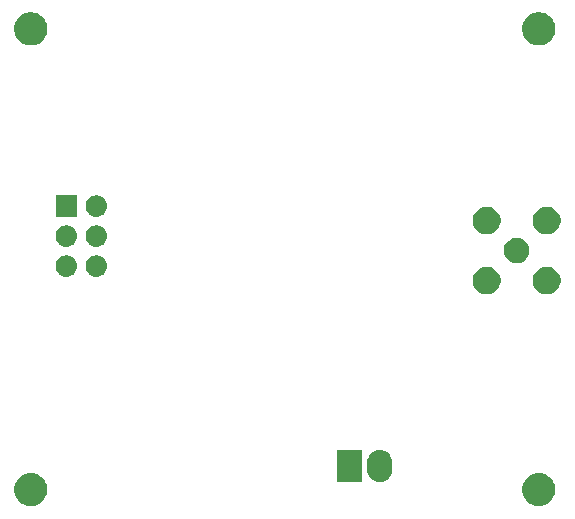
<source format=gbs>
G04 #@! TF.GenerationSoftware,KiCad,Pcbnew,5.1.4-e60b266~84~ubuntu18.04.1*
G04 #@! TF.CreationDate,2019-10-26T18:44:55+05:30*
G04 #@! TF.ProjectId,senseEle_SMA_rev1,73656e73-6545-46c6-955f-534d415f7265,rev?*
G04 #@! TF.SameCoordinates,Original*
G04 #@! TF.FileFunction,Soldermask,Bot*
G04 #@! TF.FilePolarity,Negative*
%FSLAX46Y46*%
G04 Gerber Fmt 4.6, Leading zero omitted, Abs format (unit mm)*
G04 Created by KiCad (PCBNEW 5.1.4-e60b266~84~ubuntu18.04.1) date 2019-10-26 18:44:55*
%MOMM*%
%LPD*%
G04 APERTURE LIST*
%ADD10C,0.100000*%
G04 APERTURE END LIST*
D10*
G36*
X13318433Y-50634893D02*
G01*
X13408657Y-50652839D01*
X13514267Y-50696585D01*
X13663621Y-50758449D01*
X13663622Y-50758450D01*
X13893086Y-50911772D01*
X14088228Y-51106914D01*
X14190675Y-51260237D01*
X14241551Y-51336379D01*
X14347161Y-51591344D01*
X14401000Y-51862012D01*
X14401000Y-52137988D01*
X14347161Y-52408656D01*
X14241551Y-52663621D01*
X14241550Y-52663622D01*
X14088228Y-52893086D01*
X13893086Y-53088228D01*
X13739763Y-53190675D01*
X13663621Y-53241551D01*
X13514267Y-53303415D01*
X13408657Y-53347161D01*
X13318433Y-53365107D01*
X13137988Y-53401000D01*
X12862012Y-53401000D01*
X12681567Y-53365107D01*
X12591343Y-53347161D01*
X12485733Y-53303415D01*
X12336379Y-53241551D01*
X12260237Y-53190675D01*
X12106914Y-53088228D01*
X11911772Y-52893086D01*
X11758450Y-52663622D01*
X11758449Y-52663621D01*
X11652839Y-52408656D01*
X11599000Y-52137988D01*
X11599000Y-51862012D01*
X11652839Y-51591344D01*
X11758449Y-51336379D01*
X11809325Y-51260237D01*
X11911772Y-51106914D01*
X12106914Y-50911772D01*
X12336378Y-50758450D01*
X12336379Y-50758449D01*
X12485733Y-50696585D01*
X12591343Y-50652839D01*
X12681567Y-50634893D01*
X12862012Y-50599000D01*
X13137988Y-50599000D01*
X13318433Y-50634893D01*
X13318433Y-50634893D01*
G37*
G36*
X56318433Y-50634893D02*
G01*
X56408657Y-50652839D01*
X56514267Y-50696585D01*
X56663621Y-50758449D01*
X56663622Y-50758450D01*
X56893086Y-50911772D01*
X57088228Y-51106914D01*
X57190675Y-51260237D01*
X57241551Y-51336379D01*
X57347161Y-51591344D01*
X57401000Y-51862012D01*
X57401000Y-52137988D01*
X57347161Y-52408656D01*
X57241551Y-52663621D01*
X57241550Y-52663622D01*
X57088228Y-52893086D01*
X56893086Y-53088228D01*
X56739763Y-53190675D01*
X56663621Y-53241551D01*
X56514267Y-53303415D01*
X56408657Y-53347161D01*
X56318433Y-53365107D01*
X56137988Y-53401000D01*
X55862012Y-53401000D01*
X55681567Y-53365107D01*
X55591343Y-53347161D01*
X55485733Y-53303415D01*
X55336379Y-53241551D01*
X55260237Y-53190675D01*
X55106914Y-53088228D01*
X54911772Y-52893086D01*
X54758450Y-52663622D01*
X54758449Y-52663621D01*
X54652839Y-52408656D01*
X54599000Y-52137988D01*
X54599000Y-51862012D01*
X54652839Y-51591344D01*
X54758449Y-51336379D01*
X54809325Y-51260237D01*
X54911772Y-51106914D01*
X55106914Y-50911772D01*
X55336378Y-50758450D01*
X55336379Y-50758449D01*
X55485733Y-50696585D01*
X55591343Y-50652839D01*
X55681567Y-50634893D01*
X55862012Y-50599000D01*
X56137988Y-50599000D01*
X56318433Y-50634893D01*
X56318433Y-50634893D01*
G37*
G36*
X42746031Y-48664207D02*
G01*
X42944145Y-48724305D01*
X42944148Y-48724306D01*
X43010030Y-48759521D01*
X43126729Y-48821897D01*
X43286765Y-48953235D01*
X43418103Y-49113271D01*
X43418104Y-49113273D01*
X43515694Y-49295851D01*
X43515694Y-49295852D01*
X43515695Y-49295854D01*
X43575793Y-49493968D01*
X43591000Y-49648370D01*
X43591000Y-50351629D01*
X43575793Y-50506031D01*
X43547591Y-50599000D01*
X43515694Y-50704149D01*
X43486669Y-50758450D01*
X43418103Y-50886729D01*
X43286765Y-51046765D01*
X43126729Y-51178103D01*
X43040975Y-51223939D01*
X42944149Y-51275694D01*
X42944146Y-51275695D01*
X42746032Y-51335793D01*
X42540000Y-51356085D01*
X42333969Y-51335793D01*
X42135855Y-51275695D01*
X42135852Y-51275694D01*
X42039026Y-51223939D01*
X41953272Y-51178103D01*
X41793236Y-51046765D01*
X41661898Y-50886729D01*
X41639184Y-50844235D01*
X41564305Y-50704147D01*
X41523296Y-50568960D01*
X41504207Y-50506032D01*
X41489000Y-50351630D01*
X41489000Y-49648371D01*
X41504207Y-49493969D01*
X41564305Y-49295855D01*
X41564306Y-49295852D01*
X41599521Y-49229970D01*
X41661897Y-49113271D01*
X41793235Y-48953235D01*
X41953271Y-48821897D01*
X42039025Y-48776061D01*
X42135851Y-48724306D01*
X42135854Y-48724305D01*
X42333968Y-48664207D01*
X42540000Y-48643915D01*
X42746031Y-48664207D01*
X42746031Y-48664207D01*
G37*
G36*
X41051000Y-51351000D02*
G01*
X38949000Y-51351000D01*
X38949000Y-48649000D01*
X41051000Y-48649000D01*
X41051000Y-51351000D01*
X41051000Y-51351000D01*
G37*
G36*
X56861560Y-33139064D02*
G01*
X57013027Y-33169193D01*
X57227045Y-33257842D01*
X57227046Y-33257843D01*
X57419654Y-33386539D01*
X57583461Y-33550346D01*
X57669258Y-33678751D01*
X57712158Y-33742955D01*
X57800807Y-33956973D01*
X57846000Y-34184174D01*
X57846000Y-34415826D01*
X57800807Y-34643027D01*
X57712158Y-34857045D01*
X57712157Y-34857046D01*
X57583461Y-35049654D01*
X57419654Y-35213461D01*
X57291249Y-35299258D01*
X57227045Y-35342158D01*
X57013027Y-35430807D01*
X56861560Y-35460936D01*
X56785827Y-35476000D01*
X56554173Y-35476000D01*
X56478440Y-35460936D01*
X56326973Y-35430807D01*
X56112955Y-35342158D01*
X56048751Y-35299258D01*
X55920346Y-35213461D01*
X55756539Y-35049654D01*
X55627843Y-34857046D01*
X55627842Y-34857045D01*
X55539193Y-34643027D01*
X55494000Y-34415826D01*
X55494000Y-34184174D01*
X55539193Y-33956973D01*
X55627842Y-33742955D01*
X55670742Y-33678751D01*
X55756539Y-33550346D01*
X55920346Y-33386539D01*
X56112954Y-33257843D01*
X56112955Y-33257842D01*
X56326973Y-33169193D01*
X56478440Y-33139064D01*
X56554173Y-33124000D01*
X56785827Y-33124000D01*
X56861560Y-33139064D01*
X56861560Y-33139064D01*
G37*
G36*
X51781560Y-33139064D02*
G01*
X51933027Y-33169193D01*
X52147045Y-33257842D01*
X52147046Y-33257843D01*
X52339654Y-33386539D01*
X52503461Y-33550346D01*
X52589258Y-33678751D01*
X52632158Y-33742955D01*
X52720807Y-33956973D01*
X52766000Y-34184174D01*
X52766000Y-34415826D01*
X52720807Y-34643027D01*
X52632158Y-34857045D01*
X52632157Y-34857046D01*
X52503461Y-35049654D01*
X52339654Y-35213461D01*
X52211249Y-35299258D01*
X52147045Y-35342158D01*
X51933027Y-35430807D01*
X51781560Y-35460936D01*
X51705827Y-35476000D01*
X51474173Y-35476000D01*
X51398440Y-35460936D01*
X51246973Y-35430807D01*
X51032955Y-35342158D01*
X50968751Y-35299258D01*
X50840346Y-35213461D01*
X50676539Y-35049654D01*
X50547843Y-34857046D01*
X50547842Y-34857045D01*
X50459193Y-34643027D01*
X50414000Y-34415826D01*
X50414000Y-34184174D01*
X50459193Y-33956973D01*
X50547842Y-33742955D01*
X50590742Y-33678751D01*
X50676539Y-33550346D01*
X50840346Y-33386539D01*
X51032954Y-33257843D01*
X51032955Y-33257842D01*
X51246973Y-33169193D01*
X51398440Y-33139064D01*
X51474173Y-33124000D01*
X51705827Y-33124000D01*
X51781560Y-33139064D01*
X51781560Y-33139064D01*
G37*
G36*
X16110443Y-32185519D02*
G01*
X16176627Y-32192037D01*
X16346466Y-32243557D01*
X16502991Y-32327222D01*
X16538729Y-32356552D01*
X16640186Y-32439814D01*
X16723448Y-32541271D01*
X16752778Y-32577009D01*
X16836443Y-32733534D01*
X16887963Y-32903373D01*
X16905359Y-33080000D01*
X16887963Y-33256627D01*
X16836443Y-33426466D01*
X16752778Y-33582991D01*
X16723448Y-33618729D01*
X16640186Y-33720186D01*
X16538729Y-33803448D01*
X16502991Y-33832778D01*
X16346466Y-33916443D01*
X16176627Y-33967963D01*
X16110443Y-33974481D01*
X16044260Y-33981000D01*
X15955740Y-33981000D01*
X15889557Y-33974481D01*
X15823373Y-33967963D01*
X15653534Y-33916443D01*
X15497009Y-33832778D01*
X15461271Y-33803448D01*
X15359814Y-33720186D01*
X15276552Y-33618729D01*
X15247222Y-33582991D01*
X15163557Y-33426466D01*
X15112037Y-33256627D01*
X15094641Y-33080000D01*
X15112037Y-32903373D01*
X15163557Y-32733534D01*
X15247222Y-32577009D01*
X15276552Y-32541271D01*
X15359814Y-32439814D01*
X15461271Y-32356552D01*
X15497009Y-32327222D01*
X15653534Y-32243557D01*
X15823373Y-32192037D01*
X15889557Y-32185519D01*
X15955740Y-32179000D01*
X16044260Y-32179000D01*
X16110443Y-32185519D01*
X16110443Y-32185519D01*
G37*
G36*
X18650443Y-32185519D02*
G01*
X18716627Y-32192037D01*
X18886466Y-32243557D01*
X19042991Y-32327222D01*
X19078729Y-32356552D01*
X19180186Y-32439814D01*
X19263448Y-32541271D01*
X19292778Y-32577009D01*
X19376443Y-32733534D01*
X19427963Y-32903373D01*
X19445359Y-33080000D01*
X19427963Y-33256627D01*
X19376443Y-33426466D01*
X19292778Y-33582991D01*
X19263448Y-33618729D01*
X19180186Y-33720186D01*
X19078729Y-33803448D01*
X19042991Y-33832778D01*
X18886466Y-33916443D01*
X18716627Y-33967963D01*
X18650443Y-33974481D01*
X18584260Y-33981000D01*
X18495740Y-33981000D01*
X18429557Y-33974481D01*
X18363373Y-33967963D01*
X18193534Y-33916443D01*
X18037009Y-33832778D01*
X18001271Y-33803448D01*
X17899814Y-33720186D01*
X17816552Y-33618729D01*
X17787222Y-33582991D01*
X17703557Y-33426466D01*
X17652037Y-33256627D01*
X17634641Y-33080000D01*
X17652037Y-32903373D01*
X17703557Y-32733534D01*
X17787222Y-32577009D01*
X17816552Y-32541271D01*
X17899814Y-32439814D01*
X18001271Y-32356552D01*
X18037009Y-32327222D01*
X18193534Y-32243557D01*
X18363373Y-32192037D01*
X18429557Y-32185519D01*
X18495740Y-32179000D01*
X18584260Y-32179000D01*
X18650443Y-32185519D01*
X18650443Y-32185519D01*
G37*
G36*
X54305271Y-30697783D02*
G01*
X54443858Y-30725350D01*
X54639677Y-30806461D01*
X54815910Y-30924216D01*
X54965784Y-31074090D01*
X55083539Y-31250323D01*
X55164650Y-31446142D01*
X55206000Y-31654023D01*
X55206000Y-31865977D01*
X55164650Y-32073858D01*
X55083539Y-32269677D01*
X54965784Y-32445910D01*
X54815910Y-32595784D01*
X54639677Y-32713539D01*
X54443858Y-32794650D01*
X54305271Y-32822217D01*
X54235978Y-32836000D01*
X54024022Y-32836000D01*
X53954729Y-32822217D01*
X53816142Y-32794650D01*
X53620323Y-32713539D01*
X53444090Y-32595784D01*
X53294216Y-32445910D01*
X53176461Y-32269677D01*
X53095350Y-32073858D01*
X53054000Y-31865977D01*
X53054000Y-31654023D01*
X53095350Y-31446142D01*
X53176461Y-31250323D01*
X53294216Y-31074090D01*
X53444090Y-30924216D01*
X53620323Y-30806461D01*
X53816142Y-30725350D01*
X53954729Y-30697783D01*
X54024022Y-30684000D01*
X54235978Y-30684000D01*
X54305271Y-30697783D01*
X54305271Y-30697783D01*
G37*
G36*
X16110443Y-29645519D02*
G01*
X16176627Y-29652037D01*
X16346466Y-29703557D01*
X16502991Y-29787222D01*
X16538729Y-29816552D01*
X16640186Y-29899814D01*
X16723448Y-30001271D01*
X16752778Y-30037009D01*
X16836443Y-30193534D01*
X16887963Y-30363373D01*
X16905359Y-30540000D01*
X16887963Y-30716627D01*
X16836443Y-30886466D01*
X16752778Y-31042991D01*
X16727253Y-31074093D01*
X16640186Y-31180186D01*
X16538729Y-31263448D01*
X16502991Y-31292778D01*
X16346466Y-31376443D01*
X16176627Y-31427963D01*
X16110443Y-31434481D01*
X16044260Y-31441000D01*
X15955740Y-31441000D01*
X15889557Y-31434481D01*
X15823373Y-31427963D01*
X15653534Y-31376443D01*
X15497009Y-31292778D01*
X15461271Y-31263448D01*
X15359814Y-31180186D01*
X15272747Y-31074093D01*
X15247222Y-31042991D01*
X15163557Y-30886466D01*
X15112037Y-30716627D01*
X15094641Y-30540000D01*
X15112037Y-30363373D01*
X15163557Y-30193534D01*
X15247222Y-30037009D01*
X15276552Y-30001271D01*
X15359814Y-29899814D01*
X15461271Y-29816552D01*
X15497009Y-29787222D01*
X15653534Y-29703557D01*
X15823373Y-29652037D01*
X15889557Y-29645519D01*
X15955740Y-29639000D01*
X16044260Y-29639000D01*
X16110443Y-29645519D01*
X16110443Y-29645519D01*
G37*
G36*
X18650443Y-29645519D02*
G01*
X18716627Y-29652037D01*
X18886466Y-29703557D01*
X19042991Y-29787222D01*
X19078729Y-29816552D01*
X19180186Y-29899814D01*
X19263448Y-30001271D01*
X19292778Y-30037009D01*
X19376443Y-30193534D01*
X19427963Y-30363373D01*
X19445359Y-30540000D01*
X19427963Y-30716627D01*
X19376443Y-30886466D01*
X19292778Y-31042991D01*
X19267253Y-31074093D01*
X19180186Y-31180186D01*
X19078729Y-31263448D01*
X19042991Y-31292778D01*
X18886466Y-31376443D01*
X18716627Y-31427963D01*
X18650443Y-31434481D01*
X18584260Y-31441000D01*
X18495740Y-31441000D01*
X18429557Y-31434481D01*
X18363373Y-31427963D01*
X18193534Y-31376443D01*
X18037009Y-31292778D01*
X18001271Y-31263448D01*
X17899814Y-31180186D01*
X17812747Y-31074093D01*
X17787222Y-31042991D01*
X17703557Y-30886466D01*
X17652037Y-30716627D01*
X17634641Y-30540000D01*
X17652037Y-30363373D01*
X17703557Y-30193534D01*
X17787222Y-30037009D01*
X17816552Y-30001271D01*
X17899814Y-29899814D01*
X18001271Y-29816552D01*
X18037009Y-29787222D01*
X18193534Y-29703557D01*
X18363373Y-29652037D01*
X18429557Y-29645519D01*
X18495740Y-29639000D01*
X18584260Y-29639000D01*
X18650443Y-29645519D01*
X18650443Y-29645519D01*
G37*
G36*
X56861560Y-28059064D02*
G01*
X57013027Y-28089193D01*
X57227045Y-28177842D01*
X57227046Y-28177843D01*
X57419654Y-28306539D01*
X57583461Y-28470346D01*
X57669258Y-28598751D01*
X57712158Y-28662955D01*
X57800807Y-28876973D01*
X57846000Y-29104174D01*
X57846000Y-29335826D01*
X57800807Y-29563027D01*
X57712158Y-29777045D01*
X57705358Y-29787222D01*
X57583461Y-29969654D01*
X57419654Y-30133461D01*
X57329751Y-30193532D01*
X57227045Y-30262158D01*
X57013027Y-30350807D01*
X56861560Y-30380936D01*
X56785827Y-30396000D01*
X56554173Y-30396000D01*
X56478440Y-30380936D01*
X56326973Y-30350807D01*
X56112955Y-30262158D01*
X56010249Y-30193532D01*
X55920346Y-30133461D01*
X55756539Y-29969654D01*
X55634642Y-29787222D01*
X55627842Y-29777045D01*
X55539193Y-29563027D01*
X55494000Y-29335826D01*
X55494000Y-29104174D01*
X55539193Y-28876973D01*
X55627842Y-28662955D01*
X55670742Y-28598751D01*
X55756539Y-28470346D01*
X55920346Y-28306539D01*
X56112954Y-28177843D01*
X56112955Y-28177842D01*
X56326973Y-28089193D01*
X56478440Y-28059064D01*
X56554173Y-28044000D01*
X56785827Y-28044000D01*
X56861560Y-28059064D01*
X56861560Y-28059064D01*
G37*
G36*
X51781560Y-28059064D02*
G01*
X51933027Y-28089193D01*
X52147045Y-28177842D01*
X52147046Y-28177843D01*
X52339654Y-28306539D01*
X52503461Y-28470346D01*
X52589258Y-28598751D01*
X52632158Y-28662955D01*
X52720807Y-28876973D01*
X52766000Y-29104174D01*
X52766000Y-29335826D01*
X52720807Y-29563027D01*
X52632158Y-29777045D01*
X52625358Y-29787222D01*
X52503461Y-29969654D01*
X52339654Y-30133461D01*
X52249751Y-30193532D01*
X52147045Y-30262158D01*
X51933027Y-30350807D01*
X51781560Y-30380936D01*
X51705827Y-30396000D01*
X51474173Y-30396000D01*
X51398440Y-30380936D01*
X51246973Y-30350807D01*
X51032955Y-30262158D01*
X50930249Y-30193532D01*
X50840346Y-30133461D01*
X50676539Y-29969654D01*
X50554642Y-29787222D01*
X50547842Y-29777045D01*
X50459193Y-29563027D01*
X50414000Y-29335826D01*
X50414000Y-29104174D01*
X50459193Y-28876973D01*
X50547842Y-28662955D01*
X50590742Y-28598751D01*
X50676539Y-28470346D01*
X50840346Y-28306539D01*
X51032954Y-28177843D01*
X51032955Y-28177842D01*
X51246973Y-28089193D01*
X51398440Y-28059064D01*
X51474173Y-28044000D01*
X51705827Y-28044000D01*
X51781560Y-28059064D01*
X51781560Y-28059064D01*
G37*
G36*
X16901000Y-28901000D02*
G01*
X15099000Y-28901000D01*
X15099000Y-27099000D01*
X16901000Y-27099000D01*
X16901000Y-28901000D01*
X16901000Y-28901000D01*
G37*
G36*
X18650443Y-27105519D02*
G01*
X18716627Y-27112037D01*
X18886466Y-27163557D01*
X19042991Y-27247222D01*
X19078729Y-27276552D01*
X19180186Y-27359814D01*
X19263448Y-27461271D01*
X19292778Y-27497009D01*
X19376443Y-27653534D01*
X19427963Y-27823373D01*
X19445359Y-28000000D01*
X19427963Y-28176627D01*
X19376443Y-28346466D01*
X19292778Y-28502991D01*
X19263448Y-28538729D01*
X19180186Y-28640186D01*
X19078729Y-28723448D01*
X19042991Y-28752778D01*
X18886466Y-28836443D01*
X18716627Y-28887963D01*
X18650443Y-28894481D01*
X18584260Y-28901000D01*
X18495740Y-28901000D01*
X18429557Y-28894481D01*
X18363373Y-28887963D01*
X18193534Y-28836443D01*
X18037009Y-28752778D01*
X18001271Y-28723448D01*
X17899814Y-28640186D01*
X17816552Y-28538729D01*
X17787222Y-28502991D01*
X17703557Y-28346466D01*
X17652037Y-28176627D01*
X17634641Y-28000000D01*
X17652037Y-27823373D01*
X17703557Y-27653534D01*
X17787222Y-27497009D01*
X17816552Y-27461271D01*
X17899814Y-27359814D01*
X18001271Y-27276552D01*
X18037009Y-27247222D01*
X18193534Y-27163557D01*
X18363373Y-27112037D01*
X18429557Y-27105519D01*
X18495740Y-27099000D01*
X18584260Y-27099000D01*
X18650443Y-27105519D01*
X18650443Y-27105519D01*
G37*
G36*
X56318433Y-11634893D02*
G01*
X56408657Y-11652839D01*
X56514267Y-11696585D01*
X56663621Y-11758449D01*
X56663622Y-11758450D01*
X56893086Y-11911772D01*
X57088228Y-12106914D01*
X57190675Y-12260237D01*
X57241551Y-12336379D01*
X57347161Y-12591344D01*
X57401000Y-12862012D01*
X57401000Y-13137988D01*
X57347161Y-13408656D01*
X57241551Y-13663621D01*
X57241550Y-13663622D01*
X57088228Y-13893086D01*
X56893086Y-14088228D01*
X56739763Y-14190675D01*
X56663621Y-14241551D01*
X56514267Y-14303415D01*
X56408657Y-14347161D01*
X56318433Y-14365107D01*
X56137988Y-14401000D01*
X55862012Y-14401000D01*
X55681567Y-14365107D01*
X55591343Y-14347161D01*
X55485733Y-14303415D01*
X55336379Y-14241551D01*
X55260237Y-14190675D01*
X55106914Y-14088228D01*
X54911772Y-13893086D01*
X54758450Y-13663622D01*
X54758449Y-13663621D01*
X54652839Y-13408656D01*
X54599000Y-13137988D01*
X54599000Y-12862012D01*
X54652839Y-12591344D01*
X54758449Y-12336379D01*
X54809325Y-12260237D01*
X54911772Y-12106914D01*
X55106914Y-11911772D01*
X55336378Y-11758450D01*
X55336379Y-11758449D01*
X55485733Y-11696585D01*
X55591343Y-11652839D01*
X55681567Y-11634893D01*
X55862012Y-11599000D01*
X56137988Y-11599000D01*
X56318433Y-11634893D01*
X56318433Y-11634893D01*
G37*
G36*
X13318433Y-11634893D02*
G01*
X13408657Y-11652839D01*
X13514267Y-11696585D01*
X13663621Y-11758449D01*
X13663622Y-11758450D01*
X13893086Y-11911772D01*
X14088228Y-12106914D01*
X14190675Y-12260237D01*
X14241551Y-12336379D01*
X14347161Y-12591344D01*
X14401000Y-12862012D01*
X14401000Y-13137988D01*
X14347161Y-13408656D01*
X14241551Y-13663621D01*
X14241550Y-13663622D01*
X14088228Y-13893086D01*
X13893086Y-14088228D01*
X13739763Y-14190675D01*
X13663621Y-14241551D01*
X13514267Y-14303415D01*
X13408657Y-14347161D01*
X13318433Y-14365107D01*
X13137988Y-14401000D01*
X12862012Y-14401000D01*
X12681567Y-14365107D01*
X12591343Y-14347161D01*
X12485733Y-14303415D01*
X12336379Y-14241551D01*
X12260237Y-14190675D01*
X12106914Y-14088228D01*
X11911772Y-13893086D01*
X11758450Y-13663622D01*
X11758449Y-13663621D01*
X11652839Y-13408656D01*
X11599000Y-13137988D01*
X11599000Y-12862012D01*
X11652839Y-12591344D01*
X11758449Y-12336379D01*
X11809325Y-12260237D01*
X11911772Y-12106914D01*
X12106914Y-11911772D01*
X12336378Y-11758450D01*
X12336379Y-11758449D01*
X12485733Y-11696585D01*
X12591343Y-11652839D01*
X12681567Y-11634893D01*
X12862012Y-11599000D01*
X13137988Y-11599000D01*
X13318433Y-11634893D01*
X13318433Y-11634893D01*
G37*
M02*

</source>
